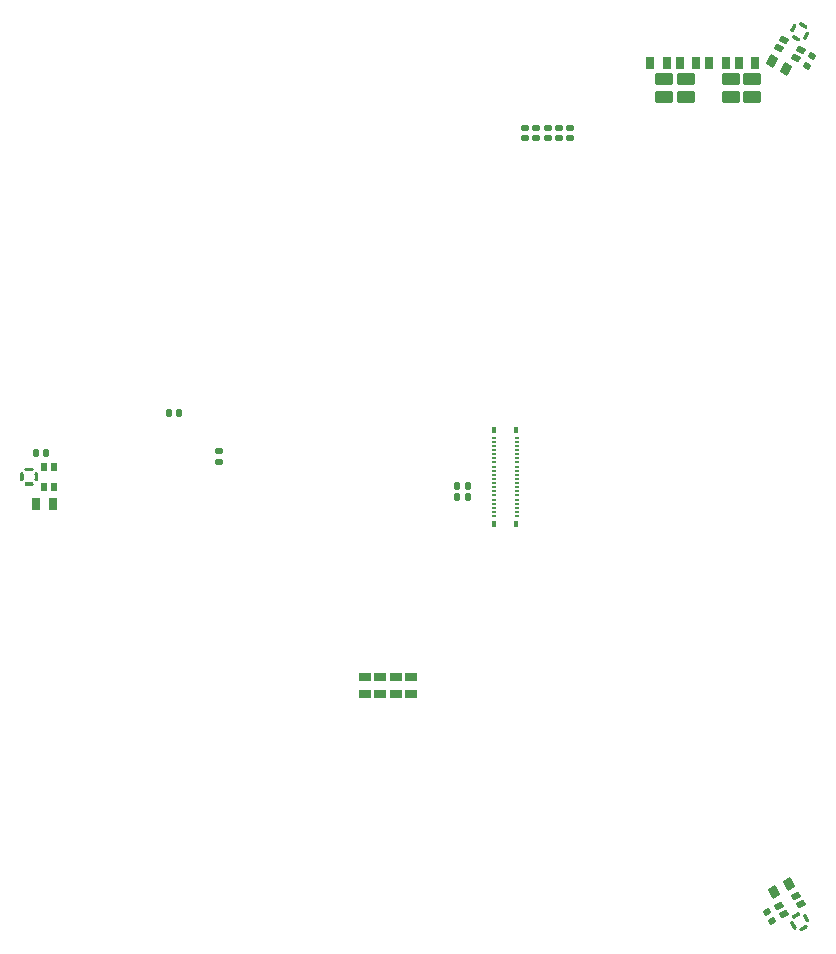
<source format=gbp>
G04*
G04 #@! TF.GenerationSoftware,Altium Limited,Altium Designer,21.8.1 (53)*
G04*
G04 Layer_Color=128*
%FSTAX43Y43*%
%MOMM*%
G71*
G04*
G04 #@! TF.SameCoordinates,6DCA0702-E8A1-45D8-905D-7E8CEDC4C78A*
G04*
G04*
G04 #@! TF.FilePolarity,Positive*
G04*
G01*
G75*
G04:AMPARAMS|DCode=19|XSize=0.6mm|YSize=0.5mm|CornerRadius=0.05mm|HoleSize=0mm|Usage=FLASHONLY|Rotation=0.000|XOffset=0mm|YOffset=0mm|HoleType=Round|Shape=RoundedRectangle|*
%AMROUNDEDRECTD19*
21,1,0.600,0.400,0,0,0.0*
21,1,0.500,0.500,0,0,0.0*
1,1,0.100,0.250,-0.200*
1,1,0.100,-0.250,-0.200*
1,1,0.100,-0.250,0.200*
1,1,0.100,0.250,0.200*
%
%ADD19ROUNDEDRECTD19*%
G04:AMPARAMS|DCode=20|XSize=0.6mm|YSize=0.5mm|CornerRadius=0.05mm|HoleSize=0mm|Usage=FLASHONLY|Rotation=270.000|XOffset=0mm|YOffset=0mm|HoleType=Round|Shape=RoundedRectangle|*
%AMROUNDEDRECTD20*
21,1,0.600,0.400,0,0,270.0*
21,1,0.500,0.500,0,0,270.0*
1,1,0.100,-0.200,-0.250*
1,1,0.100,-0.200,0.250*
1,1,0.100,0.200,0.250*
1,1,0.100,0.200,-0.250*
%
%ADD20ROUNDEDRECTD20*%
G04:AMPARAMS|DCode=21|XSize=0.95mm|YSize=0.75mm|CornerRadius=0.075mm|HoleSize=0mm|Usage=FLASHONLY|Rotation=180.000|XOffset=0mm|YOffset=0mm|HoleType=Round|Shape=RoundedRectangle|*
%AMROUNDEDRECTD21*
21,1,0.950,0.600,0,0,180.0*
21,1,0.800,0.750,0,0,180.0*
1,1,0.150,-0.400,0.300*
1,1,0.150,0.400,0.300*
1,1,0.150,0.400,-0.300*
1,1,0.150,-0.400,-0.300*
%
%ADD21ROUNDEDRECTD21*%
G04:AMPARAMS|DCode=25|XSize=0.95mm|YSize=0.75mm|CornerRadius=0.075mm|HoleSize=0mm|Usage=FLASHONLY|Rotation=270.000|XOffset=0mm|YOffset=0mm|HoleType=Round|Shape=RoundedRectangle|*
%AMROUNDEDRECTD25*
21,1,0.950,0.600,0,0,270.0*
21,1,0.800,0.750,0,0,270.0*
1,1,0.150,-0.300,-0.400*
1,1,0.150,-0.300,0.400*
1,1,0.150,0.300,0.400*
1,1,0.150,0.300,-0.400*
%
%ADD25ROUNDEDRECTD25*%
G04:AMPARAMS|DCode=29|XSize=1.45mm|YSize=0.95mm|CornerRadius=0.095mm|HoleSize=0mm|Usage=FLASHONLY|Rotation=180.000|XOffset=0mm|YOffset=0mm|HoleType=Round|Shape=RoundedRectangle|*
%AMROUNDEDRECTD29*
21,1,1.450,0.760,0,0,180.0*
21,1,1.260,0.950,0,0,180.0*
1,1,0.190,-0.630,0.380*
1,1,0.190,0.630,0.380*
1,1,0.190,0.630,-0.380*
1,1,0.190,-0.630,-0.380*
%
%ADD29ROUNDEDRECTD29*%
%ADD81C,0.300*%
G04:AMPARAMS|DCode=91|XSize=0.725mm|YSize=0.522mm|CornerRadius=0.052mm|HoleSize=0mm|Usage=FLASHONLY|Rotation=210.000|XOffset=0mm|YOffset=0mm|HoleType=Round|Shape=RoundedRectangle|*
%AMROUNDEDRECTD91*
21,1,0.725,0.418,0,0,210.0*
21,1,0.621,0.522,0,0,210.0*
1,1,0.104,-0.373,0.026*
1,1,0.104,0.164,0.336*
1,1,0.104,0.373,-0.026*
1,1,0.104,-0.164,-0.336*
%
%ADD91ROUNDEDRECTD91*%
G04:AMPARAMS|DCode=92|XSize=0.6mm|YSize=0.5mm|CornerRadius=0.05mm|HoleSize=0mm|Usage=FLASHONLY|Rotation=210.000|XOffset=0mm|YOffset=0mm|HoleType=Round|Shape=RoundedRectangle|*
%AMROUNDEDRECTD92*
21,1,0.600,0.400,0,0,210.0*
21,1,0.500,0.500,0,0,210.0*
1,1,0.100,-0.317,0.048*
1,1,0.100,0.117,0.298*
1,1,0.100,0.317,-0.048*
1,1,0.100,-0.117,-0.298*
%
%ADD92ROUNDEDRECTD92*%
G04:AMPARAMS|DCode=93|XSize=0.6mm|YSize=0.5mm|CornerRadius=0.05mm|HoleSize=0mm|Usage=FLASHONLY|Rotation=150.000|XOffset=0mm|YOffset=0mm|HoleType=Round|Shape=RoundedRectangle|*
%AMROUNDEDRECTD93*
21,1,0.600,0.400,0,0,150.0*
21,1,0.500,0.500,0,0,150.0*
1,1,0.100,-0.117,0.298*
1,1,0.100,0.317,0.048*
1,1,0.100,0.117,-0.298*
1,1,0.100,-0.317,-0.048*
%
%ADD93ROUNDEDRECTD93*%
G04:AMPARAMS|DCode=94|XSize=0.95mm|YSize=0.75mm|CornerRadius=0.075mm|HoleSize=0mm|Usage=FLASHONLY|Rotation=60.000|XOffset=0mm|YOffset=0mm|HoleType=Round|Shape=RoundedRectangle|*
%AMROUNDEDRECTD94*
21,1,0.950,0.600,0,0,60.0*
21,1,0.800,0.750,0,0,60.0*
1,1,0.150,0.460,0.196*
1,1,0.150,0.060,-0.496*
1,1,0.150,-0.460,-0.196*
1,1,0.150,-0.060,0.496*
%
%ADD94ROUNDEDRECTD94*%
G04:AMPARAMS|DCode=97|XSize=0.725mm|YSize=0.522mm|CornerRadius=0.052mm|HoleSize=0mm|Usage=FLASHONLY|Rotation=330.000|XOffset=0mm|YOffset=0mm|HoleType=Round|Shape=RoundedRectangle|*
%AMROUNDEDRECTD97*
21,1,0.725,0.418,0,0,330.0*
21,1,0.621,0.522,0,0,330.0*
1,1,0.104,0.164,-0.336*
1,1,0.104,-0.373,-0.026*
1,1,0.104,-0.164,0.336*
1,1,0.104,0.373,0.026*
%
%ADD97ROUNDEDRECTD97*%
G04:AMPARAMS|DCode=99|XSize=0.455mm|YSize=0.33mm|CornerRadius=0.033mm|HoleSize=0mm|Usage=FLASHONLY|Rotation=90.000|XOffset=0mm|YOffset=0mm|HoleType=Round|Shape=RoundedRectangle|*
%AMROUNDEDRECTD99*
21,1,0.455,0.264,0,0,90.0*
21,1,0.389,0.330,0,0,90.0*
1,1,0.066,0.132,0.195*
1,1,0.066,0.132,-0.195*
1,1,0.066,-0.132,-0.195*
1,1,0.066,-0.132,0.195*
%
%ADD99ROUNDEDRECTD99*%
G04:AMPARAMS|DCode=100|XSize=0.95mm|YSize=0.75mm|CornerRadius=0.075mm|HoleSize=0mm|Usage=FLASHONLY|Rotation=120.000|XOffset=0mm|YOffset=0mm|HoleType=Round|Shape=RoundedRectangle|*
%AMROUNDEDRECTD100*
21,1,0.950,0.600,0,0,120.0*
21,1,0.800,0.750,0,0,120.0*
1,1,0.150,0.060,0.496*
1,1,0.150,0.460,-0.196*
1,1,0.150,-0.060,-0.496*
1,1,0.150,-0.460,0.196*
%
%ADD100ROUNDEDRECTD100*%
G04:AMPARAMS|DCode=103|XSize=0.725mm|YSize=0.522mm|CornerRadius=0.052mm|HoleSize=0mm|Usage=FLASHONLY|Rotation=90.000|XOffset=0mm|YOffset=0mm|HoleType=Round|Shape=RoundedRectangle|*
%AMROUNDEDRECTD103*
21,1,0.725,0.418,0,0,90.0*
21,1,0.621,0.522,0,0,90.0*
1,1,0.104,0.209,0.310*
1,1,0.104,0.209,-0.310*
1,1,0.104,-0.209,-0.310*
1,1,0.104,-0.209,0.310*
%
%ADD103ROUNDEDRECTD103*%
G04:AMPARAMS|DCode=106|XSize=0.16mm|YSize=0.38mm|CornerRadius=0.008mm|HoleSize=0mm|Usage=FLASHONLY|Rotation=270.000|XOffset=0mm|YOffset=0mm|HoleType=Round|Shape=RoundedRectangle|*
%AMROUNDEDRECTD106*
21,1,0.160,0.364,0,0,270.0*
21,1,0.144,0.380,0,0,270.0*
1,1,0.016,-0.182,-0.072*
1,1,0.016,-0.182,0.072*
1,1,0.016,0.182,0.072*
1,1,0.016,0.182,-0.072*
%
%ADD106ROUNDEDRECTD106*%
D19*
X00004Y002955D02*
D03*
Y002865D02*
D03*
X000135Y002865D02*
D03*
Y002955D02*
D03*
X-000055Y002865D02*
D03*
X-000055Y002955D02*
D03*
X-0001501Y002955D02*
D03*
Y002865D02*
D03*
X0002301Y002955D02*
D03*
Y002865D02*
D03*
X-0027425Y000125D02*
D03*
Y000215D02*
D03*
D20*
X-0006375Y-0000775D02*
D03*
X-0007275D02*
D03*
X-0006375Y-0001725D02*
D03*
X-0007275D02*
D03*
X-004295Y0002025D02*
D03*
X-004205D02*
D03*
X-0031675Y0005425D02*
D03*
X-0030775D02*
D03*
D21*
X-0011174Y-0018375D02*
D03*
Y-0016975D02*
D03*
X-0012474Y-0018375D02*
D03*
Y-0016975D02*
D03*
X-0015075Y-0018375D02*
D03*
Y-0016975D02*
D03*
X-0013775Y-0018375D02*
D03*
Y-0016975D02*
D03*
D25*
X-00429Y-00023D02*
D03*
X-00415D02*
D03*
X00105Y0035D02*
D03*
X00091D02*
D03*
X00166D02*
D03*
X0018D02*
D03*
X00155D02*
D03*
X00141D02*
D03*
X00116D02*
D03*
X0013D02*
D03*
D29*
X00159Y0032125D02*
D03*
Y0033725D02*
D03*
X00177Y0032125D02*
D03*
Y0033725D02*
D03*
X00103Y0032125D02*
D03*
Y0033725D02*
D03*
X00121Y0032125D02*
D03*
Y0033725D02*
D03*
D81*
X-0042877Y-0000227D02*
G03*
X-0042877Y0000227I-0000623J0000227D01*
G01*
X-0043727Y-0000623D02*
G03*
X-0043273Y-0000623I0000227J0000623D01*
G01*
X-0044123Y0000227D02*
G03*
X-0044123Y-0000227I0000623J-0000227D01*
G01*
X-0043273Y0000623D02*
G03*
X-0043727Y0000623I-0000227J-0000623D01*
G01*
X0022173Y0037166D02*
G03*
X00224Y0037559I-0000426J0000507D01*
G01*
X0022255Y0038099D02*
G03*
X0021862Y0038326I-0000507J-0000426D01*
G01*
X0021321Y0038181D02*
G03*
X0021095Y0037789I0000426J-0000507D01*
G01*
X002124Y0037248D02*
G03*
X0021632Y0037021I0000507J0000426D01*
G01*
X0021635Y-003702D02*
G03*
X0021242Y-0037246I0000115J-0000652D01*
G01*
X0022402Y-0037557D02*
G03*
X0022176Y-0037164I-0000652J-0000115D01*
G01*
X0021865Y-0038324D02*
G03*
X0022257Y-0038098I-0000115J0000652D01*
G01*
X0021098Y-0037787D02*
G03*
X0021324Y-0038179I0000652J0000115D01*
G01*
D91*
X0019988Y-0036294D02*
D03*
X0020399Y-0037006D02*
D03*
X0021438Y-0035457D02*
D03*
X0021849Y-0036169D02*
D03*
D92*
X0018975Y-003681D02*
D03*
X0019425Y-003759D02*
D03*
D93*
X0022375Y003481D02*
D03*
X0022825Y003559D02*
D03*
D94*
X0019394Y003525D02*
D03*
X0020606Y003455D02*
D03*
D97*
X0021435Y0035459D02*
D03*
X0021846Y0036171D02*
D03*
X0019985Y0036296D02*
D03*
X0020396Y0037008D02*
D03*
D99*
X-000412Y-000398D02*
D03*
X-000223D02*
D03*
Y000398D02*
D03*
X-000412D02*
D03*
D100*
X0020806Y-003445D02*
D03*
X0019594Y-003515D02*
D03*
D103*
X-0041426Y0000837D02*
D03*
X-0042248Y0000837D02*
D03*
X-0041426Y-0000837D02*
D03*
X-0042248Y-0000837D02*
D03*
D106*
X-0004125Y-0003325D02*
D03*
Y-0002975D02*
D03*
Y-0002625D02*
D03*
Y-0002275D02*
D03*
Y-0001925D02*
D03*
X-0002225Y-0003325D02*
D03*
Y-0002975D02*
D03*
Y-0002625D02*
D03*
Y-0002275D02*
D03*
Y-0001925D02*
D03*
X-0004125Y0002275D02*
D03*
Y-0001225D02*
D03*
Y-0000875D02*
D03*
Y-0000525D02*
D03*
Y-0000175D02*
D03*
Y0000175D02*
D03*
Y0001225D02*
D03*
Y0000875D02*
D03*
Y0000525D02*
D03*
Y0002975D02*
D03*
Y0002625D02*
D03*
Y0003325D02*
D03*
Y0001925D02*
D03*
Y-0001575D02*
D03*
Y0001575D02*
D03*
X-0002225Y0003325D02*
D03*
Y-0000875D02*
D03*
Y-0001225D02*
D03*
Y-0001575D02*
D03*
Y-0000525D02*
D03*
Y-0000175D02*
D03*
Y0000875D02*
D03*
Y0001575D02*
D03*
Y0000525D02*
D03*
Y0001925D02*
D03*
Y0002275D02*
D03*
Y0002625D02*
D03*
Y0002975D02*
D03*
Y0000175D02*
D03*
Y0001225D02*
D03*
M02*

</source>
